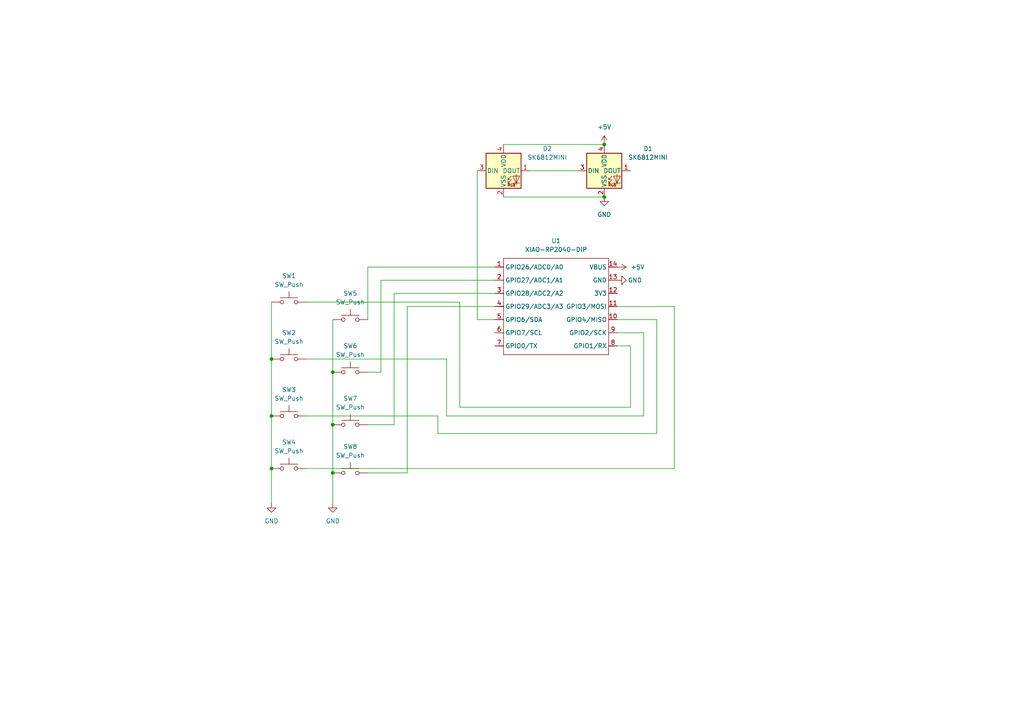
<source format=kicad_sch>
(kicad_sch (version 20250114) (generator "eeschema") (generator_version "9.0")
  (paper "A4")
  (lib_symbols
    (symbol "LED:SK6812MINI" (pin_names (offset 0.254))
      (property "Reference" "D" (at 5.08 5.715 0))
      (property "Value" "SK6812MINI" (at 1.27 -5.715 0))
      (symbol "SK6812MINI_0_0"
        (text "RGB" (at 2.286 -4.191 0) (effects (font (size 0.762 0.762))))
      )
      (symbol "SK6812MINI_0_1"
        (polyline (pts (xy 1.27 -2.54) (xy 1.778 -2.54)))
        (polyline (pts (xy 1.27 -3.556) (xy 1.778 -3.556)))
        (polyline (pts (xy 2.286 -1.524) (xy 1.27 -2.54) (xy 1.27 -2.032)))
        (polyline (pts (xy 2.286 -2.54) (xy 1.27 -3.556) (xy 1.27 -3.048)))
        (polyline (pts (xy 3.683 -1.016) (xy 3.683 -3.556) (xy 3.683 -4.064)))
        (polyline (pts (xy 4.699 -1.524) (xy 2.667 -1.524) (xy 3.683 -3.556) (xy 4.699 -1.524)))
        (polyline (pts (xy 4.699 -3.556) (xy 2.667 -3.556)))
        (rectangle (start 5.08 5.08) (end -5.08 -5.08) (stroke (width 0.254)) (fill (type background)))
      )
      (symbol "SK6812MINI_1_1"
        (pin input line (at -7.62 0 0) (length 2.54) (name "DIN") (number "3"))
        (pin power_in line (at 0 7.62 270) (length 2.54) (name "VDD") (number "4"))
        (pin power_in line (at 0 -7.62 90) (length 2.54) (name "VSS") (number "2"))
        (pin output line (at 7.62 0 180) (length 2.54) (name "DOUT") (number "1"))
      )
    )
    (symbol "Seeed_Studio_XIAO_Series:XIAO-RP2040-DIP"
      (property "Reference" "U" (at 0 0 0))
      (property "Value" "XIAO-RP2040-DIP" (at 5.334 -1.778 0))
      (symbol "XIAO-RP2040-DIP_1_0"
        (polyline (pts (xy -1.27 -2.54) (xy 29.21 -2.54)) (stroke (width 0.1524)))
        (polyline (pts (xy -1.27 -5.08) (xy -2.54 -5.08)) (stroke (width 0.1524)))
        (polyline (pts (xy -1.27 -5.08) (xy -1.27 -2.54)) (stroke (width 0.1524)))
        (polyline (pts (xy -1.27 -8.89) (xy -2.54 -8.89)) (stroke (width 0.1524)))
        (polyline (pts (xy -1.27 -8.89) (xy -1.27 -5.08)) (stroke (width 0.1524)))
        (polyline (pts (xy -1.27 -12.7) (xy -2.54 -12.7)) (stroke (width 0.1524)))
        (polyline (pts (xy -1.27 -12.7) (xy -1.27 -8.89)) (stroke (width 0.1524)))
        (polyline (pts (xy -1.27 -16.51) (xy -2.54 -16.51)) (stroke (width 0.1524)))
        (polyline (pts (xy -1.27 -16.51) (xy -1.27 -12.7)) (stroke (width 0.1524)))
        (polyline (pts (xy -1.27 -20.32) (xy -2.54 -20.32)) (stroke (width 0.1524)))
        (polyline (pts (xy -1.27 -24.13) (xy -2.54 -24.13)) (stroke (width 0.1524)))
        (polyline (pts (xy -1.27 -27.94) (xy -2.54 -27.94)) (stroke (width 0.1524)))
        (polyline (pts (xy -1.27 -30.48) (xy -1.27 -16.51)) (stroke (width 0.1524)))
        (polyline (pts (xy 29.21 -2.54) (xy 29.21 -5.08)) (stroke (width 0.1524)))
        (polyline (pts (xy 29.21 -5.08) (xy 29.21 -8.89)) (stroke (width 0.1524)))
        (polyline (pts (xy 29.21 -8.89) (xy 29.21 -12.7)) (stroke (width 0.1524)))
        (polyline (pts (xy 29.21 -12.7) (xy 29.21 -30.48)) (stroke (width 0.1524)))
        (polyline (pts (xy 29.21 -30.48) (xy -1.27 -30.48)) (stroke (width 0.1524)))
        (polyline (pts (xy 30.48 -5.08) (xy 29.21 -5.08)) (stroke (width 0.1524)))
        (polyline (pts (xy 30.48 -8.89) (xy 29.21 -8.89)) (stroke (width 0.1524)))
        (polyline (pts (xy 30.48 -12.7) (xy 29.21 -12.7)) (stroke (width 0.1524)))
        (polyline (pts (xy 30.48 -16.51) (xy 29.21 -16.51)) (stroke (width 0.1524)))
        (polyline (pts (xy 30.48 -20.32) (xy 29.21 -20.32)) (stroke (width 0.1524)))
        (polyline (pts (xy 30.48 -24.13) (xy 29.21 -24.13)) (stroke (width 0.1524)))
        (polyline (pts (xy 30.48 -27.94) (xy 29.21 -27.94)) (stroke (width 0.1524)))
        (pin passive line (at -3.81 -5.08 0) (length 2.54) (name "GPIO26/ADC0/A0") (number "1"))
        (pin passive line (at -3.81 -8.89 0) (length 2.54) (name "GPIO27/ADC1/A1") (number "2"))
        (pin passive line (at -3.81 -12.7 0) (length 2.54) (name "GPIO28/ADC2/A2") (number "3"))
        (pin passive line (at -3.81 -16.51 0) (length 2.54) (name "GPIO29/ADC3/A3") (number "4"))
        (pin passive line (at -3.81 -20.32 0) (length 2.54) (name "GPIO6/SDA") (number "5"))
        (pin passive line (at -3.81 -24.13 0) (length 2.54) (name "GPIO7/SCL") (number "6"))
        (pin passive line (at -3.81 -27.94 0) (length 2.54) (name "GPIO0/TX") (number "7"))
        (pin passive line (at 31.75 -5.08 180) (length 2.54) (name "VBUS") (number "14"))
        (pin passive line (at 31.75 -8.89 180) (length 2.54) (name "GND") (number "13"))
        (pin passive line (at 31.75 -12.7 180) (length 2.54) (name "3V3") (number "12"))
        (pin passive line (at 31.75 -16.51 180) (length 2.54) (name "GPIO3/MOSI") (number "11"))
        (pin passive line (at 31.75 -20.32 180) (length 2.54) (name "GPIO4/MISO") (number "10"))
        (pin passive line (at 31.75 -24.13 180) (length 2.54) (name "GPIO2/SCK") (number "9"))
        (pin passive line (at 31.75 -27.94 180) (length 2.54) (name "GPIO1/RX") (number "8"))
      )
    )
    (symbol "Switch:SW_Push" (pin_numbers (hide yes)) (pin_names (offset 1.016) (hide yes))
      (property "Reference" "SW" (at 1.27 2.54 0))
      (property "Value" "SW_Push" (at 0 -1.524 0))
      (symbol "SW_Push_0_1"
        (circle (center -2.032 0) (radius 0.508))
        (polyline (pts (xy 0 1.27) (xy 0 3.048)))
        (circle (center 2.032 0) (radius 0.508))
        (polyline (pts (xy 2.54 1.27) (xy -2.54 1.27)))
        (pin passive line (at -5.08 0 0) (length 2.54) (name "1") (number "1"))
        (pin passive line (at 5.08 0 180) (length 2.54) (name "2") (number "2"))
      )
    )
    (symbol "power:+5V" (power) (pin_numbers (hide yes)) (pin_names (offset 0) (hide yes))
      (property "Value" "+5V" (at 0 3.556 0))
      (symbol "+5V_0_1"
        (polyline (pts (xy -0.762 1.27) (xy 0 2.54)))
        (polyline (pts (xy 0 2.54) (xy 0.762 1.27)))
        (polyline (pts (xy 0 0) (xy 0 2.54)))
      )
      (symbol "+5V_1_1"
        (pin power_in line (at 0 0 90) (length 0) (name "~") (number "1"))
      )
    )
    (symbol "power:GND" (power) (pin_numbers (hide yes)) (pin_names (offset 0) (hide yes))
      (property "Value" "GND" (at 0 -3.81 0))
      (symbol "GND_0_1"
        (polyline (pts (xy 0 0) (xy 0 -1.27) (xy 1.27 -1.27) (xy 0 -2.54) (xy -1.27 -1.27) (xy 0 -1.27)))
      )
      (symbol "GND_1_1"
        (pin power_in line (at 0 0 270) (length 0) (name "~") (number "1"))
      )
    )
  )
  (junction (at 96.52 123.19))
  (junction (at 78.74 120.65))
  (junction (at 96.52 137.16))
  (junction (at 175.26 57.15))
  (junction (at 78.74 135.89))
  (junction (at 78.74 104.14))
  (junction (at 96.52 107.95))
  (junction (at 175.26 41.91))
  (wire (pts (xy 96.52 123.19) (xy 96.52 137.16)))
  (wire (pts (xy 127 125.73) (xy 190.5 125.73)))
  (wire (pts (xy 186.69 120.65) (xy 186.69 96.52)))
  (wire (pts (xy 96.52 107.95) (xy 96.52 123.19)))
  (wire (pts (xy 96.52 137.16) (xy 96.52 146.05)))
  (wire (pts (xy 127 120.65) (xy 127 125.73)))
  (wire (pts (xy 96.52 92.71) (xy 96.52 107.95)))
  (wire (pts (xy 129.54 120.65) (xy 186.69 120.65)))
  (wire (pts (xy 133.35 87.63) (xy 133.35 118.11)))
  (wire (pts (xy 146.05 41.91) (xy 175.26 41.91)))
  (wire (pts (xy 106.68 77.47) (xy 143.51 77.47)))
  (wire (pts (xy 118.11 88.9) (xy 143.51 88.9)))
  (wire (pts (xy 195.58 88.9) (xy 179.07 88.9)))
  (wire (pts (xy 88.9 120.65) (xy 127 120.65)))
  (wire (pts (xy 110.49 81.28) (xy 143.51 81.28)))
  (wire (pts (xy 143.51 92.71) (xy 138.43 92.71)))
  (wire (pts (xy 133.35 118.11) (xy 182.88 118.11)))
  (wire (pts (xy 106.68 123.19) (xy 114.3 123.19)))
  (wire (pts (xy 153.67 49.53) (xy 167.64 49.53)))
  (wire (pts (xy 78.74 120.65) (xy 78.74 135.89)))
  (wire (pts (xy 78.74 87.63) (xy 78.74 104.14)))
  (wire (pts (xy 182.88 118.11) (xy 182.88 100.33)))
  (wire (pts (xy 78.74 135.89) (xy 78.74 146.05)))
  (wire (pts (xy 106.68 137.16) (xy 118.11 137.16)))
  (wire (pts (xy 129.54 104.14) (xy 129.54 120.65)))
  (wire (pts (xy 118.11 137.16) (xy 118.11 88.9)))
  (wire (pts (xy 195.58 135.89) (xy 195.58 88.9)))
  (wire (pts (xy 88.9 135.89) (xy 195.58 135.89)))
  (wire (pts (xy 182.88 100.33) (xy 179.07 100.33)))
  (wire (pts (xy 106.68 92.71) (xy 106.68 77.47)))
  (wire (pts (xy 88.9 104.14) (xy 129.54 104.14)))
  (wire (pts (xy 110.49 107.95) (xy 110.49 81.28)))
  (wire (pts (xy 190.5 92.71) (xy 179.07 92.71)))
  (wire (pts (xy 88.9 87.63) (xy 133.35 87.63)))
  (wire (pts (xy 78.74 104.14) (xy 78.74 120.65)))
  (wire (pts (xy 146.05 57.15) (xy 175.26 57.15)))
  (wire (pts (xy 138.43 92.71) (xy 138.43 49.53)))
  (wire (pts (xy 190.5 125.73) (xy 190.5 92.71)))
  (wire (pts (xy 114.3 123.19) (xy 114.3 85.09)))
  (wire (pts (xy 114.3 85.09) (xy 143.51 85.09)))
  (wire (pts (xy 106.68 107.95) (xy 110.49 107.95)))
  (wire (pts (xy 186.69 96.52) (xy 179.07 96.52)))
  (symbol (lib_id "power:GND") (at 96.52 146.05 0) (unit 1)
    (property "Reference" "#PWR06" (effects (hide yes)))
    (property "Value" "GND" (at 96.52 151.13 0))
    (property "Description" "Power symbol creates a global label with name \"GND\" , ground" (effects (hide yes)))
  )
  (symbol (lib_id "Switch:SW_Push") (at 101.6 123.19 0) (unit 1)
    (property "Reference" "SW7" (at 101.6 115.57 0))
    (property "Value" "SW_Push" (at 101.6 118.11 0))
    (property "Footprint" "Button_Switch_Keyboard:SW_Cherry_MX_1.00u_PCB" (effects (hide yes)))
    (property "Description" "Push button switch, generic, two pins" (effects (hide yes)))
  )
  (symbol (lib_id "power:GND") (at 78.74 146.05 0) (mirror y) (unit 1)
    (property "Reference" "#PWR05" (effects (hide yes)))
    (property "Value" "GND" (at 78.74 151.13 0))
    (property "Description" "Power symbol creates a global label with name \"GND\" , ground" (effects (hide yes)))
  )
  (symbol (lib_id "Switch:SW_Push") (at 83.82 104.14 0) (unit 1)
    (property "Reference" "SW2" (at 83.82 96.52 0))
    (property "Value" "SW_Push" (at 83.82 99.06 0))
    (property "Footprint" "Button_Switch_Keyboard:SW_Cherry_MX_1.00u_PCB" (effects (hide yes)))
    (property "Description" "Push button switch, generic, two pins" (effects (hide yes)))
  )
  (symbol (lib_id "Switch:SW_Push") (at 101.6 107.95 0) (unit 1)
    (property "Reference" "SW6" (at 101.6 100.33 0))
    (property "Value" "SW_Push" (at 101.6 102.87 0))
    (property "Footprint" "Button_Switch_Keyboard:SW_Cherry_MX_1.00u_PCB" (effects (hide yes)))
    (property "Description" "Push button switch, generic, two pins" (effects (hide yes)))
  )
  (symbol (lib_id "Switch:SW_Push") (at 83.82 135.89 0) (unit 1)
    (property "Reference" "SW4" (at 83.82 128.27 0))
    (property "Value" "SW_Push" (at 83.82 130.81 0))
    (property "Footprint" "Button_Switch_Keyboard:SW_Cherry_MX_1.00u_PCB" (effects (hide yes)))
    (property "Description" "Push button switch, generic, two pins" (effects (hide yes)))
  )
  (symbol (lib_id "power:GND") (at 179.07 81.28 90) (mirror x) (unit 1)
    (property "Reference" "#PWR03" (effects (hide yes)))
    (property "Value" "GND" (at 184.15 81.28 90))
    (property "Description" "Power symbol creates a global label with name \"GND\" , ground" (effects (hide yes)))
  )
  (symbol (lib_id "Switch:SW_Push") (at 101.6 137.16 0) (unit 1)
    (property "Reference" "SW8" (at 101.6 129.54 0))
    (property "Value" "SW_Push" (at 101.6 132.08 0))
    (property "Footprint" "Button_Switch_Keyboard:SW_Cherry_MX_1.00u_PCB" (effects (hide yes)))
    (property "Description" "Push button switch, generic, two pins" (effects (hide yes)))
  )
  (symbol (lib_id "Switch:SW_Push") (at 101.6 92.71 0) (unit 1)
    (property "Reference" "SW5" (at 101.6 85.09 0))
    (property "Value" "SW_Push" (at 101.6 87.63 0))
    (property "Footprint" "Button_Switch_Keyboard:SW_Cherry_MX_1.00u_PCB" (effects (hide yes)))
    (property "Description" "Push button switch, generic, two pins" (effects (hide yes)))
  )
  (symbol (lib_id "power:+5V") (at 179.07 77.47 270) (unit 1)
    (property "Reference" "#PWR04" (effects (hide yes)))
    (property "Value" "+5V" (at 182.88 77.4699 90) (effects (justify left)))
    (property "Description" "Power symbol creates a global label with name \"+5V\"" (effects (hide yes)))
  )
  (symbol (lib_id "LED:SK6812MINI") (at 175.26 49.53 0) (unit 1)
    (property "Reference" "D1" (at 187.96 43.1098 0))
    (property "Value" "SK6812MINI" (at 187.96 45.6498 0))
    (property "Footprint" "LED_SMD:LED_SK6812MINI_PLCC4_3.5x3.5mm_P1.75mm" (effects (hide yes)))
    (property "Datasheet" "https://cdn-shop.adafruit.com/product-files/2686/SK6812MINI_REV.01-1-2.pdf" (effects (hide yes)))
    (property "Description" "RGB LED with integrated controller" (effects (hide yes)))
  )
  (symbol (lib_id "Switch:SW_Push") (at 83.82 120.65 0) (unit 1)
    (property "Reference" "SW3" (at 83.82 113.03 0))
    (property "Value" "SW_Push" (at 83.82 115.57 0))
    (property "Footprint" "Button_Switch_Keyboard:SW_Cherry_MX_1.00u_PCB" (effects (hide yes)))
    (property "Description" "Push button switch, generic, two pins" (effects (hide yes)))
  )
  (symbol (lib_id "Seeed_Studio_XIAO_Series:XIAO-RP2040-DIP") (at 147.32 72.39 0) (unit 1)
    (property "Reference" "U1" (at 161.29 69.85 0))
    (property "Value" "XIAO-RP2040-DIP" (at 161.29 72.39 0))
    (property "Footprint" "Seeed Studio XIAO Series Library:XIAO-RP2040-DIP" (effects (hide yes)))
  )
  (symbol (lib_id "LED:SK6812MINI") (at 146.05 49.53 0) (unit 1)
    (property "Reference" "D2" (at 158.75 43.1098 0))
    (property "Value" "SK6812MINI" (at 158.75 45.6498 0))
    (property "Footprint" "LED_SMD:LED_SK6812MINI_PLCC4_3.5x3.5mm_P1.75mm" (effects (hide yes)))
    (property "Datasheet" "https://cdn-shop.adafruit.com/product-files/2686/SK6812MINI_REV.01-1-2.pdf" (effects (hide yes)))
    (property "Description" "RGB LED with integrated controller" (effects (hide yes)))
  )
  (symbol (lib_id "Switch:SW_Push") (at 83.82 87.63 0) (unit 1)
    (property "Reference" "SW1" (at 83.82 80.01 0))
    (property "Value" "SW_Push" (at 83.82 82.55 0))
    (property "Footprint" "Button_Switch_Keyboard:SW_Cherry_MX_1.00u_PCB" (effects (hide yes)))
    (property "Description" "Push button switch, generic, two pins" (effects (hide yes)))
  )
  (symbol (lib_id "power:GND") (at 175.26 57.15 0) (mirror y) (unit 1)
    (property "Reference" "#PWR02" (effects (hide yes)))
    (property "Value" "GND" (at 175.26 62.23 0))
    (property "Description" "Power symbol creates a global label with name \"GND\" , ground" (effects (hide yes)))
  )
  (symbol (lib_id "power:+5V") (at 175.26 41.91 0) (unit 1)
    (property "Reference" "#PWR01" (effects (hide yes)))
    (property "Value" "+5V" (at 175.26 36.83 0))
    (property "Description" "Power symbol creates a global label with name \"+5V\"" (effects (hide yes)))
  )
)
</source>
